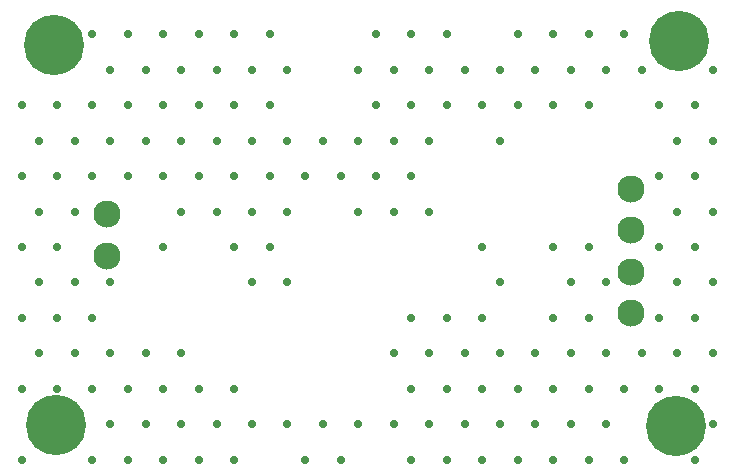
<source format=gbs>
G04*
G04 #@! TF.GenerationSoftware,Altium Limited,Altium Designer,19.1.6 (110)*
G04*
G04 Layer_Color=16711935*
%FSLAX43Y43*%
%MOMM*%
G71*
G01*
G75*
%ADD31C,5.100*%
%ADD32C,2.300*%
%ADD55C,0.700*%
D31*
X53700Y86100D02*
D03*
X53900Y53900D02*
D03*
X106400Y53800D02*
D03*
X106700Y86400D02*
D03*
D32*
X102600Y63384D02*
D03*
Y66890D02*
D03*
Y73900D02*
D03*
Y70395D02*
D03*
X58202Y71753D02*
D03*
Y68247D02*
D03*
D55*
X109500Y84000D02*
D03*
X108000Y81000D02*
D03*
X109500Y78000D02*
D03*
X108000Y75000D02*
D03*
X109500Y72000D02*
D03*
X108000Y69000D02*
D03*
X109500Y66000D02*
D03*
X108000Y63000D02*
D03*
X109500Y60000D02*
D03*
X108000Y57000D02*
D03*
X109500Y54000D02*
D03*
X108000Y51000D02*
D03*
X105000Y81000D02*
D03*
X106500Y78000D02*
D03*
X105000Y75000D02*
D03*
X106500Y72000D02*
D03*
X105000Y69000D02*
D03*
X106500Y66000D02*
D03*
X105000Y63000D02*
D03*
X106500Y60000D02*
D03*
X105000Y57000D02*
D03*
X102000Y87000D02*
D03*
X103500Y84000D02*
D03*
Y60000D02*
D03*
X102000Y57000D02*
D03*
Y51000D02*
D03*
X99000Y87000D02*
D03*
X100500Y84000D02*
D03*
X99000Y81000D02*
D03*
Y69000D02*
D03*
X100500Y66000D02*
D03*
X99000Y63000D02*
D03*
X100500Y60000D02*
D03*
X99000Y57000D02*
D03*
X100500Y54000D02*
D03*
X99000Y51000D02*
D03*
X96000Y87000D02*
D03*
X97500Y84000D02*
D03*
X96000Y81000D02*
D03*
Y69000D02*
D03*
X97500Y66000D02*
D03*
X96000Y63000D02*
D03*
X97500Y60000D02*
D03*
X96000Y57000D02*
D03*
X97500Y54000D02*
D03*
X96000Y51000D02*
D03*
X93000Y87000D02*
D03*
X94500Y84000D02*
D03*
X93000Y81000D02*
D03*
X94500Y60000D02*
D03*
X93000Y57000D02*
D03*
X94500Y54000D02*
D03*
X93000Y51000D02*
D03*
X91500Y84000D02*
D03*
X90000Y81000D02*
D03*
X91500Y78000D02*
D03*
X90000Y69000D02*
D03*
X91500Y66000D02*
D03*
X90000Y63000D02*
D03*
X91500Y60000D02*
D03*
X90000Y57000D02*
D03*
X91500Y54000D02*
D03*
X90000Y51000D02*
D03*
X87000Y87000D02*
D03*
X88500Y84000D02*
D03*
X87000Y81000D02*
D03*
Y63000D02*
D03*
X88500Y60000D02*
D03*
X87000Y57000D02*
D03*
X88500Y54000D02*
D03*
X87000Y51000D02*
D03*
X84000Y87000D02*
D03*
X85500Y84000D02*
D03*
X84000Y81000D02*
D03*
X85500Y78000D02*
D03*
X84000Y75000D02*
D03*
X85500Y72000D02*
D03*
X84000Y63000D02*
D03*
X85500Y60000D02*
D03*
X84000Y57000D02*
D03*
X85500Y54000D02*
D03*
X84000Y51000D02*
D03*
X81000Y87000D02*
D03*
X82500Y84000D02*
D03*
X81000Y81000D02*
D03*
X82500Y78000D02*
D03*
X81000Y75000D02*
D03*
X82500Y72000D02*
D03*
Y60000D02*
D03*
Y54000D02*
D03*
X79500Y84000D02*
D03*
Y78000D02*
D03*
X78000Y75000D02*
D03*
X79500Y72000D02*
D03*
Y54000D02*
D03*
X78000Y51000D02*
D03*
X76500Y78000D02*
D03*
X75000Y75000D02*
D03*
X76500Y54000D02*
D03*
X75000Y51000D02*
D03*
X72000Y87000D02*
D03*
X73500Y84000D02*
D03*
X72000Y81000D02*
D03*
X73500Y78000D02*
D03*
X72000Y75000D02*
D03*
X73500Y72000D02*
D03*
X72000Y69000D02*
D03*
X73500Y66000D02*
D03*
Y54000D02*
D03*
X69000Y87000D02*
D03*
X70500Y84000D02*
D03*
X69000Y81000D02*
D03*
X70500Y78000D02*
D03*
X69000Y75000D02*
D03*
X70500Y72000D02*
D03*
X69000Y69000D02*
D03*
X70500Y66000D02*
D03*
X69000Y57000D02*
D03*
X70500Y54000D02*
D03*
X69000Y51000D02*
D03*
X66000Y87000D02*
D03*
X67500Y84000D02*
D03*
X66000Y81000D02*
D03*
X67500Y78000D02*
D03*
X66000Y75000D02*
D03*
X67500Y72000D02*
D03*
X66000Y57000D02*
D03*
X67500Y54000D02*
D03*
X66000Y51000D02*
D03*
X63000Y87000D02*
D03*
X64500Y84000D02*
D03*
X63000Y81000D02*
D03*
X64500Y78000D02*
D03*
X63000Y75000D02*
D03*
X64500Y72000D02*
D03*
X63000Y69000D02*
D03*
X64500Y60000D02*
D03*
X63000Y57000D02*
D03*
X64500Y54000D02*
D03*
X63000Y51000D02*
D03*
X60000Y87000D02*
D03*
X61500Y84000D02*
D03*
X60000Y81000D02*
D03*
X61500Y78000D02*
D03*
X60000Y75000D02*
D03*
X61500Y60000D02*
D03*
X60000Y57000D02*
D03*
X61500Y54000D02*
D03*
X60000Y51000D02*
D03*
X57000Y87000D02*
D03*
X58500Y84000D02*
D03*
X57000Y81000D02*
D03*
X58500Y78000D02*
D03*
X57000Y75000D02*
D03*
X58500Y66000D02*
D03*
X57000Y63000D02*
D03*
X58500Y60000D02*
D03*
X57000Y57000D02*
D03*
X58500Y54000D02*
D03*
X57000Y51000D02*
D03*
X54000Y81000D02*
D03*
X55500Y78000D02*
D03*
X54000Y75000D02*
D03*
X55500Y72000D02*
D03*
X54000Y69000D02*
D03*
X55500Y66000D02*
D03*
X54000Y63000D02*
D03*
X55500Y60000D02*
D03*
X54000Y57000D02*
D03*
X51000Y81000D02*
D03*
X52500Y78000D02*
D03*
X51000Y75000D02*
D03*
X52500Y72000D02*
D03*
X51000Y69000D02*
D03*
X52500Y66000D02*
D03*
X51000Y63000D02*
D03*
X52500Y60000D02*
D03*
X51000Y57000D02*
D03*
Y51000D02*
D03*
M02*

</source>
